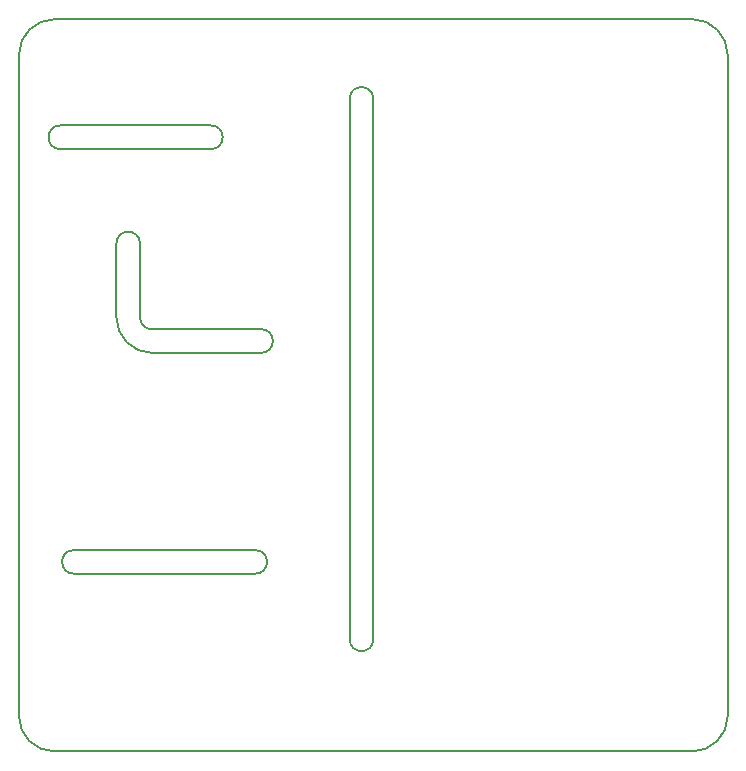
<source format=gm1>
G04 #@! TF.GenerationSoftware,KiCad,Pcbnew,5.0-dev-unknown-9241a39~61~ubuntu17.10.1*
G04 #@! TF.CreationDate,2018-04-12T19:06:24+02:00*
G04 #@! TF.ProjectId,power_monitor,706F7765725F6D6F6E69746F722E6B69,rev?*
G04 #@! TF.SameCoordinates,Original*
G04 #@! TF.FileFunction,Profile,NP*
%FSLAX46Y46*%
G04 Gerber Fmt 4.6, Leading zero omitted, Abs format (unit mm)*
G04 Created by KiCad (PCBNEW 5.0-dev-unknown-9241a39~61~ubuntu17.10.1) date Thu Apr 12 19:06:24 2018*
%MOMM*%
%LPD*%
G01*
G04 APERTURE LIST*
%ADD10C,0.200000*%
G04 APERTURE END LIST*
D10*
X102000000Y-95000000D02*
G75*
G02X99000000Y-98000000I-3000000J0D01*
G01*
X99000000Y-36000000D02*
G75*
G02X102000000Y-39000000I0J-3000000D01*
G01*
X42000000Y-39000000D02*
G75*
G02X45000000Y-36000000I3000000J0D01*
G01*
X45000000Y-98000000D02*
G75*
G02X42000000Y-95000000I0J3000000D01*
G01*
X50250000Y-55000000D02*
G75*
G02X52250000Y-55000000I1000000J0D01*
G01*
X52250000Y-55000000D02*
X52250000Y-61250000D01*
X50250000Y-55000000D02*
X50250000Y-61250000D01*
X53250000Y-64250000D02*
G75*
G02X50250000Y-61250000I0J3000000D01*
G01*
X53250000Y-62250000D02*
G75*
G02X52250000Y-61250000I0J1000000D01*
G01*
X72000000Y-88500000D02*
G75*
G02X70000000Y-88500000I-1000000J0D01*
G01*
X62000000Y-80950000D02*
G75*
G02X62000000Y-82950000I0J-1000000D01*
G01*
X46650000Y-82950000D02*
G75*
G02X46650000Y-80950000I0J1000000D01*
G01*
X62000000Y-82950000D02*
X46650000Y-82950000D01*
X46700000Y-80950000D02*
X62000000Y-80950000D01*
X58250000Y-45000000D02*
G75*
G02X58250000Y-47000000I0J-1000000D01*
G01*
X62500000Y-62250000D02*
X53250000Y-62250000D01*
X62500000Y-64250000D02*
X53250000Y-64250000D01*
X62500000Y-62250000D02*
G75*
G02X62500000Y-64250000I0J-1000000D01*
G01*
X45500000Y-47000000D02*
G75*
G02X45500000Y-45000000I0J1000000D01*
G01*
X45500000Y-45000000D02*
X58250000Y-45000000D01*
X58250000Y-47000000D02*
X45500000Y-47000000D01*
X45000000Y-36000000D02*
X99000000Y-36000000D01*
X70000000Y-42750000D02*
G75*
G02X72000000Y-42750000I1000000J0D01*
G01*
X72000000Y-42750000D02*
X72000000Y-88500000D01*
X70000000Y-88500000D02*
X70000000Y-42750000D01*
X42000000Y-95000000D02*
X42000000Y-39000000D01*
X99000000Y-98000000D02*
X45000000Y-98000000D01*
X102000000Y-39000000D02*
X102000000Y-95000000D01*
M02*

</source>
